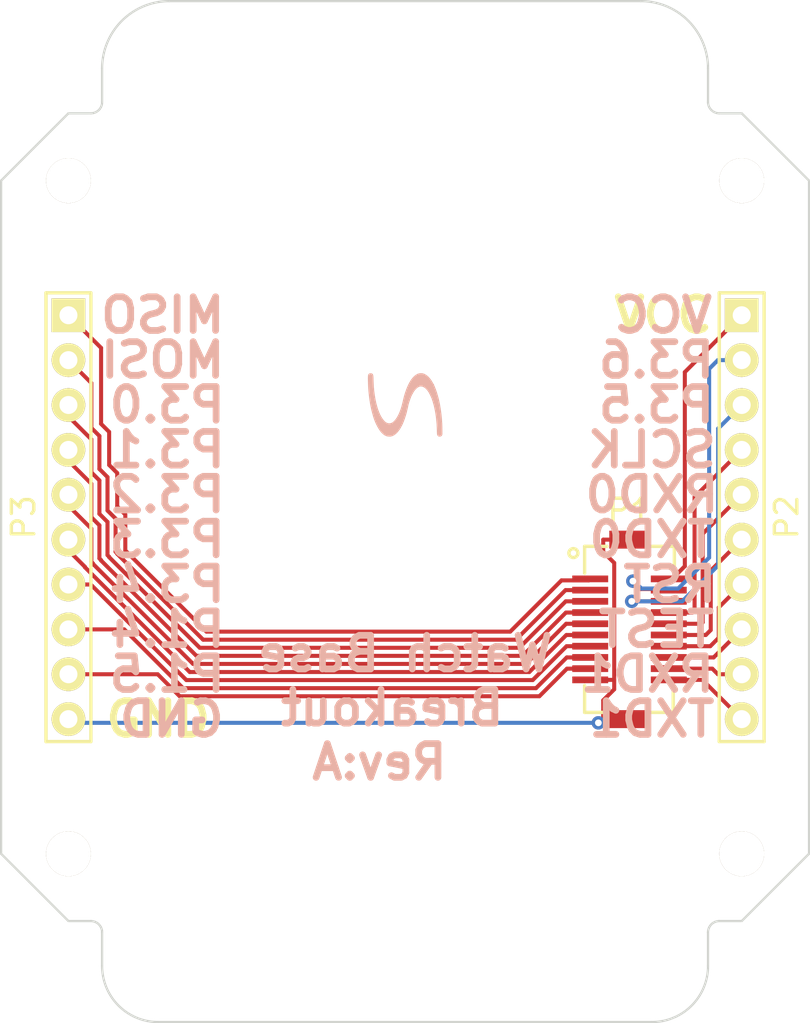
<source format=kicad_pcb>
(kicad_pcb (version 20171130) (host pcbnew "(5.1.12)-1")

  (general
    (thickness 1)
    (drawings 66)
    (tracks 144)
    (zones 0)
    (modules 8)
    (nets 21)
  )

  (page A4)
  (layers
    (0 F.Cu signal)
    (31 B.Cu signal)
    (32 B.Adhes user hide)
    (33 F.Adhes user hide)
    (34 B.Paste user hide)
    (35 F.Paste user hide)
    (36 B.SilkS user hide)
    (37 F.SilkS user hide)
    (38 B.Mask user hide)
    (39 F.Mask user hide)
    (40 Dwgs.User user hide)
    (41 Cmts.User user hide)
    (42 Eco1.User user hide)
    (43 Eco2.User user hide)
    (44 Edge.Cuts user)
    (45 Margin user hide)
    (46 B.CrtYd user hide)
    (47 F.CrtYd user hide)
    (48 B.Fab user hide)
    (49 F.Fab user hide)
  )

  (setup
    (last_trace_width 0.18)
    (trace_clearance 0.18)
    (zone_clearance 0.508)
    (zone_45_only no)
    (trace_min 0.18)
    (via_size 0.6)
    (via_drill 0.3)
    (via_min_size 0.6)
    (via_min_drill 0.3)
    (uvia_size 0.508)
    (uvia_drill 0.127)
    (uvias_allowed no)
    (uvia_min_size 0.508)
    (uvia_min_drill 0.127)
    (edge_width 0.1)
    (segment_width 0.2)
    (pcb_text_width 0.3)
    (pcb_text_size 1.5 1.5)
    (mod_edge_width 0.15)
    (mod_text_size 1 1)
    (mod_text_width 0.15)
    (pad_size 1.5 1.5)
    (pad_drill 0.8)
    (pad_to_mask_clearance 0)
    (aux_axis_origin 140 100)
    (visible_elements 7FFFFFFF)
    (pcbplotparams
      (layerselection 0x010f0_80000001)
      (usegerberextensions true)
      (usegerberattributes true)
      (usegerberadvancedattributes true)
      (creategerberjobfile true)
      (excludeedgelayer false)
      (linewidth 0.300000)
      (plotframeref false)
      (viasonmask false)
      (mode 1)
      (useauxorigin true)
      (hpglpennumber 1)
      (hpglpenspeed 20)
      (hpglpendiameter 15.000000)
      (psnegative false)
      (psa4output false)
      (plotreference true)
      (plotvalue true)
      (plotinvisibletext false)
      (padsonsilk false)
      (subtractmaskfromsilk false)
      (outputformat 1)
      (mirror false)
      (drillshape 0)
      (scaleselection 1)
      (outputdirectory "gerb/"))
  )

  (net 0 "")
  (net 1 GND)
  (net 2 +3.3V)
  (net 3 "Net-(P1-Pad2)")
  (net 4 "Net-(P1-Pad3)")
  (net 5 "Net-(P1-Pad4)")
  (net 6 "Net-(P1-Pad5)")
  (net 7 "Net-(P1-Pad6)")
  (net 8 "Net-(P1-Pad7)")
  (net 9 "Net-(P1-Pad8)")
  (net 10 "Net-(P1-Pad9)")
  (net 11 "Net-(P1-Pad10)")
  (net 12 "Net-(P1-Pad11)")
  (net 13 "Net-(P1-Pad12)")
  (net 14 "Net-(P1-Pad13)")
  (net 15 "Net-(P1-Pad14)")
  (net 16 "Net-(P1-Pad15)")
  (net 17 "Net-(P1-Pad16)")
  (net 18 "Net-(P1-Pad17)")
  (net 19 "Net-(P1-Pad18)")
  (net 20 "Net-(P1-Pad19)")

  (net_class Default "これは標準のネット クラスです。"
    (clearance 0.18)
    (trace_width 0.18)
    (via_dia 0.6)
    (via_drill 0.3)
    (uvia_dia 0.508)
    (uvia_drill 0.127)
    (add_net +3.3V)
    (add_net GND)
    (add_net "Net-(P1-Pad10)")
    (add_net "Net-(P1-Pad11)")
    (add_net "Net-(P1-Pad12)")
    (add_net "Net-(P1-Pad13)")
    (add_net "Net-(P1-Pad14)")
    (add_net "Net-(P1-Pad15)")
    (add_net "Net-(P1-Pad16)")
    (add_net "Net-(P1-Pad17)")
    (add_net "Net-(P1-Pad18)")
    (add_net "Net-(P1-Pad19)")
    (add_net "Net-(P1-Pad2)")
    (add_net "Net-(P1-Pad3)")
    (add_net "Net-(P1-Pad4)")
    (add_net "Net-(P1-Pad5)")
    (add_net "Net-(P1-Pad6)")
    (add_net "Net-(P1-Pad7)")
    (add_net "Net-(P1-Pad8)")
    (add_net "Net-(P1-Pad9)")
  )

  (module Drill:Drill_M2 (layer F.Cu) (tedit 54F6D000) (tstamp 55029318)
    (at 155 85)
    (fp_text reference Drill_M2_4 (at 0 2) (layer F.SilkS) hide
      (effects (font (size 1 1) (thickness 0.1)))
    )
    (fp_text value VAL** (at 0 -3) (layer F.SilkS) hide
      (effects (font (size 1 1) (thickness 0.1)))
    )
    (pad "" thru_hole circle (at 0 0) (size 2 2) (drill 2) (layers *.Cu *.Mask F.SilkS))
  )

  (module Drill:Drill_M2 (layer F.Cu) (tedit 54F6D000) (tstamp 55029321)
    (at 125 85)
    (fp_text reference Drill_M2_3 (at 0 2) (layer F.SilkS) hide
      (effects (font (size 1 1) (thickness 0.1)))
    )
    (fp_text value VAL** (at 0 -3) (layer F.SilkS) hide
      (effects (font (size 1 1) (thickness 0.1)))
    )
    (pad "" thru_hole circle (at 0 0) (size 2 2) (drill 2) (layers *.Cu *.Mask F.SilkS))
  )

  (module Drill:Drill_M2 (layer F.Cu) (tedit 54F6D000) (tstamp 5502932A)
    (at 125 115)
    (fp_text reference Drill_M2_2 (at 0 2) (layer F.SilkS) hide
      (effects (font (size 1 1) (thickness 0.1)))
    )
    (fp_text value VAL** (at 0 -3) (layer F.SilkS) hide
      (effects (font (size 1 1) (thickness 0.1)))
    )
    (pad "" thru_hole circle (at 0 0) (size 2 2) (drill 2) (layers *.Cu *.Mask F.SilkS))
  )

  (module Drill:Drill_M2 (layer F.Cu) (tedit 54F6D000) (tstamp 55029333)
    (at 155 115)
    (fp_text reference Drill_M2 (at 0 2) (layer F.SilkS) hide
      (effects (font (size 1 1) (thickness 0.1)))
    )
    (fp_text value VAL** (at 0 -3) (layer F.SilkS) hide
      (effects (font (size 1 1) (thickness 0.1)))
    )
    (pad "" thru_hole circle (at 0 0) (size 2 2) (drill 2) (layers *.Cu *.Mask F.SilkS))
  )

  (module "CONN_DF12:DF12_20(B)_metal" (layer F.Cu) (tedit 5502B5D0) (tstamp 55079A70)
    (at 150 105)
    (path /55028AC7)
    (fp_text reference P1 (at 0 -5.3) (layer F.SilkS)
      (effects (font (size 1 1) (thickness 0.15)))
    )
    (fp_text value "DF12#-20DP(86)" (at 0 1.5 90) (layer Dwgs.User) hide
      (effects (font (size 0.5 0.5) (thickness 0.1)))
    )
    (fp_circle (center -2.5 -3.4) (end -2.5 -3.2) (layer F.SilkS) (width 0.15))
    (fp_line (start -2 2.5) (end -2 3.7) (layer F.SilkS) (width 0.15))
    (fp_line (start -2 3.7) (end -1 3.7) (layer F.SilkS) (width 0.15))
    (fp_line (start 1.95 2.5) (end 1.95 3.7) (layer F.SilkS) (width 0.15))
    (fp_line (start 1.9 3.7) (end 1 3.7) (layer F.SilkS) (width 0.15))
    (fp_line (start 1 -3.7) (end 2 -3.7) (layer F.SilkS) (width 0.15))
    (fp_line (start 2 -3.7) (end 2 -2.5) (layer F.SilkS) (width 0.15))
    (fp_line (start -2 -2.5) (end -2 -3.7) (layer F.SilkS) (width 0.15))
    (fp_line (start -2 -3.7) (end -1 -3.7) (layer F.SilkS) (width 0.15))
    (pad 21 smd trapezoid (at 0 -4 270) (size 0.8 1.8) (layers F.Cu F.Paste F.Mask)
      (net 1 GND))
    (pad 22 smd trapezoid (at 0 4 270) (size 0.8 1.8) (layers F.Cu F.Paste F.Mask)
      (net 1 GND))
    (pad 1 smd trapezoid (at 1.75 -2.25 270) (size 0.3 1.6) (layers F.Cu F.Paste F.Mask)
      (net 2 +3.3V))
    (pad 2 smd trapezoid (at -1.75 -2.25 270) (size 0.3 1.6) (layers F.Cu F.Paste F.Mask)
      (net 3 "Net-(P1-Pad2)"))
    (pad 3 smd trapezoid (at 1.75 -1.75 270) (size 0.3 1.6) (layers F.Cu F.Paste F.Mask)
      (net 4 "Net-(P1-Pad3)"))
    (pad 4 smd trapezoid (at -1.75 -1.75 270) (size 0.3 1.6) (layers F.Cu F.Paste F.Mask)
      (net 5 "Net-(P1-Pad4)"))
    (pad 5 smd trapezoid (at 1.75 -1.25 270) (size 0.3 1.6) (layers F.Cu F.Paste F.Mask)
      (net 6 "Net-(P1-Pad5)"))
    (pad 6 smd trapezoid (at -1.75 -1.25 270) (size 0.3 1.6) (layers F.Cu F.Paste F.Mask)
      (net 7 "Net-(P1-Pad6)"))
    (pad 7 smd trapezoid (at 1.75 -0.75 270) (size 0.3 1.6) (layers F.Cu F.Paste F.Mask)
      (net 8 "Net-(P1-Pad7)"))
    (pad 8 smd trapezoid (at -1.75 -0.75 270) (size 0.3 1.6) (layers F.Cu F.Paste F.Mask)
      (net 9 "Net-(P1-Pad8)"))
    (pad 9 smd trapezoid (at 1.75 -0.25 270) (size 0.3 1.6) (layers F.Cu F.Paste F.Mask)
      (net 10 "Net-(P1-Pad9)"))
    (pad 10 smd trapezoid (at -1.75 -0.25 270) (size 0.3 1.6) (layers F.Cu F.Paste F.Mask)
      (net 11 "Net-(P1-Pad10)"))
    (pad 11 smd trapezoid (at 1.75 0.25 270) (size 0.3 1.6) (layers F.Cu F.Paste F.Mask)
      (net 12 "Net-(P1-Pad11)"))
    (pad 12 smd trapezoid (at -1.75 0.25 270) (size 0.3 1.6) (layers F.Cu F.Paste F.Mask)
      (net 13 "Net-(P1-Pad12)"))
    (pad 13 smd trapezoid (at 1.75 0.75 270) (size 0.3 1.6) (layers F.Cu F.Paste F.Mask)
      (net 14 "Net-(P1-Pad13)"))
    (pad 14 smd trapezoid (at -1.75 0.75 270) (size 0.3 1.6) (layers F.Cu F.Paste F.Mask)
      (net 15 "Net-(P1-Pad14)"))
    (pad 15 smd trapezoid (at 1.75 1.25 270) (size 0.3 1.6) (layers F.Cu F.Paste F.Mask)
      (net 16 "Net-(P1-Pad15)"))
    (pad 16 smd trapezoid (at -1.75 1.25 270) (size 0.3 1.6) (layers F.Cu F.Paste F.Mask)
      (net 17 "Net-(P1-Pad16)"))
    (pad 17 smd trapezoid (at 1.75 1.75 270) (size 0.3 1.6) (layers F.Cu F.Paste F.Mask)
      (net 18 "Net-(P1-Pad17)"))
    (pad 18 smd trapezoid (at -1.75 1.75 270) (size 0.3 1.6) (layers F.Cu F.Paste F.Mask)
      (net 19 "Net-(P1-Pad18)"))
    (pad 19 smd trapezoid (at 1.75 2.25 270) (size 0.3 1.6) (layers F.Cu F.Paste F.Mask)
      (net 20 "Net-(P1-Pad19)"))
    (pad 20 smd trapezoid (at -1.75 2.25 270) (size 0.3 1.6) (layers F.Cu F.Paste F.Mask)
      (net 1 GND))
  )

  (module CONN_2m:P1-10_2mm (layer F.Cu) (tedit 5507991E) (tstamp 55079A82)
    (at 155 100 270)
    (path /5507961B)
    (fp_text reference P2 (at 0 -2 270) (layer F.SilkS)
      (effects (font (size 1 1) (thickness 0.15)))
    )
    (fp_text value CONN_10 (at 0 2 270) (layer Dwgs.User) hide
      (effects (font (size 1 1) (thickness 0.15)))
    )
    (fp_line (start -10 -1) (end 10 -1) (layer F.SilkS) (width 0.15))
    (fp_line (start 10 -1) (end 10 1) (layer F.SilkS) (width 0.15))
    (fp_line (start 10 1) (end -10 1) (layer F.SilkS) (width 0.15))
    (fp_line (start -10 1) (end -10 -1) (layer F.SilkS) (width 0.15))
    (pad 1 thru_hole trapezoid (at -9 0 270) (size 1.5 1.5) (drill 0.8) (layers *.Cu *.Mask F.SilkS)
      (net 2 +3.3V))
    (pad 3 thru_hole circle (at -5 0 270) (size 1.5 1.5) (drill 0.8) (layers *.Cu *.Mask F.SilkS)
      (net 6 "Net-(P1-Pad5)"))
    (pad 4 thru_hole circle (at -3 0 270) (size 1.5 1.5) (drill 0.8) (layers *.Cu *.Mask F.SilkS)
      (net 8 "Net-(P1-Pad7)"))
    (pad 5 thru_hole circle (at -1 0 270) (size 1.5 1.5) (drill 0.8) (layers *.Cu *.Mask F.SilkS)
      (net 10 "Net-(P1-Pad9)"))
    (pad 6 thru_hole circle (at 1 0 270) (size 1.5 1.5) (drill 0.8) (layers *.Cu *.Mask F.SilkS)
      (net 12 "Net-(P1-Pad11)"))
    (pad 7 thru_hole circle (at 3 0 270) (size 1.5 1.5) (drill 0.8) (layers *.Cu *.Mask F.SilkS)
      (net 14 "Net-(P1-Pad13)"))
    (pad 8 thru_hole circle (at 5 0 270) (size 1.5 1.5) (drill 0.8) (layers *.Cu *.Mask F.SilkS)
      (net 16 "Net-(P1-Pad15)"))
    (pad 9 thru_hole circle (at 7 0 270) (size 1.5 1.5) (drill 0.8) (layers *.Cu *.Mask F.SilkS)
      (net 18 "Net-(P1-Pad17)"))
    (pad 10 thru_hole circle (at 9 0 270) (size 1.5 1.5) (drill 0.8) (layers *.Cu *.Mask F.SilkS)
      (net 20 "Net-(P1-Pad19)"))
    (pad 2 thru_hole circle (at -7 0 270) (size 1.5 1.5) (drill 0.8) (layers *.Cu *.Mask F.SilkS)
      (net 4 "Net-(P1-Pad3)"))
  )

  (module CONN_2m:P1-10_2mm (layer F.Cu) (tedit 550A64BA) (tstamp 55079A94)
    (at 125 100 270)
    (path /550796AA)
    (fp_text reference P3 (at 0 2 270) (layer F.SilkS)
      (effects (font (size 1 1) (thickness 0.15)))
    )
    (fp_text value CONN_10 (at 0 2 270) (layer Dwgs.User) hide
      (effects (font (size 1 1) (thickness 0.15)))
    )
    (fp_line (start -10 -1) (end 10 -1) (layer F.SilkS) (width 0.15))
    (fp_line (start 10 -1) (end 10 1) (layer F.SilkS) (width 0.15))
    (fp_line (start 10 1) (end -10 1) (layer F.SilkS) (width 0.15))
    (fp_line (start -10 1) (end -10 -1) (layer F.SilkS) (width 0.15))
    (pad 1 thru_hole trapezoid (at -9 0 270) (size 1.5 1.5) (drill 0.8) (layers *.Cu *.Mask F.SilkS)
      (net 3 "Net-(P1-Pad2)"))
    (pad 3 thru_hole circle (at -5 0 270) (size 1.5 1.5) (drill 0.8) (layers *.Cu *.Mask F.SilkS)
      (net 7 "Net-(P1-Pad6)"))
    (pad 4 thru_hole circle (at -3 0 270) (size 1.5 1.5) (drill 0.8) (layers *.Cu *.Mask F.SilkS)
      (net 9 "Net-(P1-Pad8)"))
    (pad 5 thru_hole circle (at -1 0 270) (size 1.5 1.5) (drill 0.8) (layers *.Cu *.Mask F.SilkS)
      (net 11 "Net-(P1-Pad10)"))
    (pad 6 thru_hole circle (at 1 0 270) (size 1.5 1.5) (drill 0.8) (layers *.Cu *.Mask F.SilkS)
      (net 13 "Net-(P1-Pad12)"))
    (pad 7 thru_hole circle (at 3 0 270) (size 1.5 1.5) (drill 0.8) (layers *.Cu *.Mask F.SilkS)
      (net 15 "Net-(P1-Pad14)"))
    (pad 8 thru_hole circle (at 5 0 270) (size 1.5 1.5) (drill 0.8) (layers *.Cu *.Mask F.SilkS)
      (net 17 "Net-(P1-Pad16)"))
    (pad 9 thru_hole circle (at 7 0 270) (size 1.5 1.5) (drill 0.8) (layers *.Cu *.Mask F.SilkS)
      (net 19 "Net-(P1-Pad18)"))
    (pad 10 thru_hole circle (at 9 0 270) (size 1.5 1.5) (drill 0.8) (layers *.Cu *.Mask F.SilkS)
      (net 1 GND))
    (pad 2 thru_hole circle (at -7 0 270) (size 1.5 1.5) (drill 0.8) (layers *.Cu *.Mask F.SilkS)
      (net 5 "Net-(P1-Pad4)"))
  )

  (module LOGO:N_LOGO_3mm (layer B.Cu) (tedit 550A85D9) (tstamp 550A8B9F)
    (at 140 95)
    (fp_text reference G*** (at 0 0) (layer B.SilkS) hide
      (effects (font (size 1.524 1.524) (thickness 0.3)) (justify mirror))
    )
    (fp_text value LOGO (at 0.75 0) (layer Dwgs.User) hide
      (effects (font (size 1.524 1.524) (thickness 0.3)))
    )
    (fp_poly (pts (xy 1.614192 1.231634) (xy 1.614115 1.184196) (xy 1.613734 1.130427) (xy 1.613083 1.072976)
      (xy 1.6122 1.014491) (xy 1.611121 0.957623) (xy 1.609881 0.90502) (xy 1.608518 0.859332)
      (xy 1.607066 0.823206) (xy 1.605562 0.799293) (xy 1.605221 0.795867) (xy 1.603244 0.774632)
      (xy 1.600663 0.741834) (xy 1.597883 0.702812) (xy 1.596351 0.679589) (xy 1.59375 0.641569)
      (xy 1.591193 0.608816) (xy 1.589041 0.585724) (xy 1.588032 0.577989) (xy 1.586019 0.562736)
      (xy 1.583202 0.535855) (xy 1.580123 0.502596) (xy 1.579494 0.4953) (xy 1.576359 0.460257)
      (xy 1.57332 0.429407) (xy 1.570957 0.408582) (xy 1.570656 0.4064) (xy 1.567809 0.385275)
      (xy 1.564171 0.356312) (xy 1.562556 0.3429) (xy 1.55882 0.313341) (xy 1.55517 0.287512)
      (xy 1.553866 0.2794) (xy 1.550508 0.257577) (xy 1.546613 0.228961) (xy 1.5455 0.220134)
      (xy 1.537805 0.165226) (xy 1.528104 0.110067) (xy 1.524231 0.087445) (xy 1.519942 0.059412)
      (xy 1.519317 0.055034) (xy 1.515409 0.030083) (xy 1.511761 0.011104) (xy 1.511111 0.008467)
      (xy 1.507174 -0.008947) (xy 1.503225 -0.029633) (xy 1.498686 -0.054133) (xy 1.495066 -0.071966)
      (xy 1.491472 -0.088522) (xy 1.485583 -0.115792) (xy 1.478659 -0.147934) (xy 1.478518 -0.14859)
      (xy 1.469506 -0.190418) (xy 1.462964 -0.220442) (xy 1.457814 -0.243416) (xy 1.452977 -0.264093)
      (xy 1.447374 -0.287227) (xy 1.443091 -0.304692) (xy 1.435437 -0.333209) (xy 1.42849 -0.354569)
      (xy 1.423883 -0.363958) (xy 1.419408 -0.374562) (xy 1.416035 -0.394739) (xy 1.415776 -0.397603)
      (xy 1.412569 -0.418542) (xy 1.407901 -0.4309) (xy 1.407309 -0.43147) (xy 1.401217 -0.442786)
      (xy 1.398878 -0.452966) (xy 1.394382 -0.472767) (xy 1.385266 -0.504038) (xy 1.372672 -0.543536)
      (xy 1.357743 -0.588015) (xy 1.34162 -0.634232) (xy 1.325446 -0.678943) (xy 1.310363 -0.718904)
      (xy 1.297513 -0.750871) (xy 1.288039 -0.7716) (xy 1.28486 -0.776816) (xy 1.280039 -0.785918)
      (xy 1.281401 -0.7874) (xy 1.280441 -0.794188) (xy 1.27304 -0.811934) (xy 1.261574 -0.835265)
      (xy 1.249453 -0.861479) (xy 1.242492 -0.882326) (xy 1.242027 -0.892415) (xy 1.243305 -0.89763)
      (xy 1.241088 -0.896124) (xy 1.234653 -0.900433) (xy 1.223008 -0.916794) (xy 1.208327 -0.94202)
      (xy 1.203493 -0.951158) (xy 1.143102 -1.056279) (xy 1.078015 -1.147743) (xy 1.008904 -1.224861)
      (xy 0.936436 -1.28694) (xy 0.861284 -1.333291) (xy 0.812269 -1.354318) (xy 0.763764 -1.36555)
      (xy 0.707574 -1.369094) (xy 0.650442 -1.365165) (xy 0.59911 -1.353974) (xy 0.580531 -1.346996)
      (xy 0.505003 -1.304742) (xy 0.431957 -1.245938) (xy 0.361533 -1.170803) (xy 0.293876 -1.079558)
      (xy 0.229125 -0.972424) (xy 0.167424 -0.849621) (xy 0.108914 -0.711369) (xy 0.084667 -0.643924)
      (xy 0.084667 0.046567) (xy 0.080433 0.0508) (xy 0.0762 0.046567) (xy 0.080433 0.042334)
      (xy 0.084667 0.046567) (xy 0.084667 -0.643924) (xy 0.053736 -0.557889) (xy 0.034898 -0.499533)
      (xy 0.019273 -0.448942) (xy 0.005541 -0.402934) (xy -0.005269 -0.365049) (xy -0.012127 -0.338824)
      (xy -0.013119 -0.334433) (xy -0.015733 -0.323135) (xy -0.021403 -0.299165) (xy -0.029228 -0.266316)
      (xy -0.036226 -0.237066) (xy -0.047688 -0.189127) (xy -0.060982 -0.133334) (xy -0.074055 -0.078315)
      (xy -0.080576 -0.0508) (xy -0.118077 0.091479) (xy -0.16115 0.225866) (xy -0.209124 0.350921)
      (xy -0.261327 0.465204) (xy -0.317087 0.567276) (xy -0.375733 0.655697) (xy -0.436593 0.729027)
      (xy -0.451482 0.744249) (xy -0.488183 0.779216) (xy -0.518473 0.804432) (xy -0.546912 0.823045)
      (xy -0.578065 0.838198) (xy -0.601002 0.847333) (xy -0.669852 0.86481) (xy -0.738458 0.865486)
      (xy -0.806041 0.849485) (xy -0.871824 0.816932) (xy -0.896298 0.800167) (xy -0.907399 0.790475)
      (xy -0.926808 0.772182) (xy -0.950915 0.748712) (xy -0.958865 0.740834) (xy -1.010477 0.682157)
      (xy -1.062249 0.609532) (xy -1.112511 0.525843) (xy -1.15959 0.433975) (xy -1.201815 0.336813)
      (xy -1.218799 0.2921) (xy -1.231311 0.257627) (xy -1.241963 0.228325) (xy -1.24921 0.208447)
      (xy -1.251135 0.2032) (xy -1.256397 0.188124) (xy -1.257627 0.18415) (xy -1.261123 0.175684)
      (xy -1.264164 0.166788) (xy -1.266725 0.156634) (xy -1.273717 0.127834) (xy -1.277765 0.115087)
      (xy -1.278467 0.1143) (xy -1.2813 0.107529) (xy -1.282929 0.1016) (xy -1.286784 0.087001)
      (xy -1.293564 0.062047) (xy -1.300155 0.0381) (xy -1.307829 0.010018) (xy -1.31359 -0.011724)
      (xy -1.315908 -0.021166) (xy -1.319767 -0.035753) (xy -1.323101 -0.046566) (xy -1.332109 -0.079973)
      (xy -1.338783 -0.114922) (xy -1.340838 -0.13335) (xy -1.344123 -0.148243) (xy -1.348317 -0.1524)
      (xy -1.353119 -0.158153) (xy -1.352989 -0.15875) (xy -1.353706 -0.169385) (xy -1.357031 -0.192549)
      (xy -1.362347 -0.224146) (xy -1.365459 -0.2413) (xy -1.372407 -0.279252) (xy -1.378668 -0.314385)
      (xy -1.383203 -0.340845) (xy -1.384216 -0.347133) (xy -1.388636 -0.374214) (xy -1.392813 -0.39785)
      (xy -1.392829 -0.397933) (xy -1.397391 -0.426044) (xy -1.402787 -0.465472) (xy -1.408279 -0.510673)
      (xy -1.410308 -0.528876) (xy -1.413571 -0.55389) (xy -1.416994 -0.572966) (xy -1.417621 -0.575443)
      (xy -1.419953 -0.589528) (xy -1.422947 -0.615642) (xy -1.426066 -0.648923) (xy -1.427011 -0.6604)
      (xy -1.42994 -0.695086) (xy -1.43272 -0.724307) (xy -1.434873 -0.74314) (xy -1.43535 -0.746162)
      (xy -1.437543 -0.764625) (xy -1.440074 -0.797329) (xy -1.442816 -0.84159) (xy -1.445644 -0.894723)
      (xy -1.44843 -0.954041) (xy -1.451048 -1.016861) (xy -1.453373 -1.080496) (xy -1.455277 -1.142262)
      (xy -1.456607 -1.198033) (xy -1.459161 -1.257358) (xy -1.464491 -1.301771) (xy -1.473047 -1.333134)
      (xy -1.485282 -1.353306) (xy -1.496359 -1.361808) (xy -1.52482 -1.368954) (xy -1.557556 -1.365963)
      (xy -1.572085 -1.360956) (xy -1.583686 -1.3527) (xy -1.592757 -1.338527) (xy -1.599486 -1.316789)
      (xy -1.604058 -1.285839) (xy -1.606663 -1.244029) (xy -1.607487 -1.189712) (xy -1.606718 -1.12124)
      (xy -1.605434 -1.06772) (xy -1.603691 -1.007439) (xy -1.601857 -0.949413) (xy -1.600047 -0.896925)
      (xy -1.598377 -0.853258) (xy -1.596962 -0.821698) (xy -1.59642 -0.812008) (xy -1.591536 -0.738605)
      (xy -1.586343 -0.667878) (xy -1.58111 -0.603063) (xy -1.576103 -0.547398) (xy -1.571587 -0.504119)
      (xy -1.569987 -0.491066) (xy -1.567543 -0.470613) (xy -1.564306 -0.441381) (xy -1.562323 -0.422641)
      (xy -1.558953 -0.391257) (xy -1.555622 -0.363517) (xy -1.551432 -0.332349) (xy -1.546303 -0.296333)
      (xy -1.542474 -0.269046) (xy -1.538031 -0.236368) (xy -1.536614 -0.225717) (xy -1.532591 -0.197301)
      (xy -1.528746 -0.173321) (xy -1.527465 -0.166451) (xy -1.523928 -0.145994) (xy -1.520032 -0.119183)
      (xy -1.519393 -0.1143) (xy -1.5157 -0.089327) (xy -1.512046 -0.070345) (xy -1.511365 -0.067733)
      (xy -1.507554 -0.050921) (xy -1.503287 -0.027252) (xy -1.502991 -0.0254) (xy -1.498805 -0.000207)
      (xy -1.493867 0.026439) (xy -1.487386 0.058472) (xy -1.478572 0.099823) (xy -1.46894 0.143934)
      (xy -1.461721 0.176948) (xy -1.455605 0.205198) (xy -1.45179 0.223141) (xy -1.451538 0.224367)
      (xy -1.448414 0.236893) (xy -1.441662 0.262377) (xy -1.4322 0.297464) (xy -1.420944 0.3388)
      (xy -1.408812 0.38303) (xy -1.396719 0.426799) (xy -1.385584 0.466752) (xy -1.376324 0.499534)
      (xy -1.342651 0.605413) (xy -1.302279 0.71207) (xy -1.256559 0.8169) (xy -1.206841 0.917292)
      (xy -1.154476 1.010641) (xy -1.100816 1.094339) (xy -1.047211 1.165777) (xy -1.009018 1.208556)
      (xy -0.945672 1.267435) (xy -0.885019 1.311006) (xy -0.825065 1.340235) (xy -0.763817 1.356088)
      (xy -0.699283 1.35953) (xy -0.697425 1.359457) (xy -0.655701 1.357266) (xy -0.624851 1.353737)
      (xy -0.598817 1.347363) (xy -0.571542 1.336637) (xy -0.536967 1.320048) (xy -0.534799 1.318969)
      (xy -0.490162 1.29133) (xy -0.440871 1.251574) (xy -0.38994 1.202679) (xy -0.340384 1.147625)
      (xy -0.295217 1.089391) (xy -0.279666 1.0668) (xy -0.261338 1.037723) (xy -0.240291 1.002053)
      (xy -0.217901 0.962405) (xy -0.195544 0.921397) (xy -0.174595 0.881644) (xy -0.15643 0.845763)
      (xy -0.142424 0.816371) (xy -0.133954 0.796083) (xy -0.132395 0.787517) (xy -0.132759 0.7874)
      (xy -0.132458 0.782207) (xy -0.128106 0.776033) (xy -0.119946 0.76125) (xy -0.107835 0.732839)
      (xy -0.092645 0.693402) (xy -0.075249 0.645542) (xy -0.056518 0.591862) (xy -0.037327 0.534964)
      (xy -0.018547 0.477452) (xy -0.001052 0.421928) (xy 0.014287 0.370995) (xy 0.026597 0.327257)
      (xy 0.035004 0.293315) (xy 0.036975 0.283634) (xy 0.042057 0.259115) (xy 0.049003 0.228994)
      (xy 0.051174 0.220134) (xy 0.057526 0.19432) (xy 0.06233 0.174172) (xy 0.063422 0.169334)
      (xy 0.066669 0.154868) (xy 0.072449 0.129601) (xy 0.07891 0.1016) (xy 0.086404 0.067757)
      (xy 0.092877 0.035937) (xy 0.096279 0.016934) (xy 0.102746 -0.013425) (xy 0.114304 -0.056421)
      (xy 0.129941 -0.108896) (xy 0.148647 -0.167692) (xy 0.169409 -0.229651) (xy 0.191215 -0.291613)
      (xy 0.213054 -0.350423) (xy 0.218324 -0.364066) (xy 0.225518 -0.38308) (xy 0.229258 -0.3937)
      (xy 0.236271 -0.41011) (xy 0.249898 -0.437645) (xy 0.268234 -0.472795) (xy 0.289372 -0.512053)
      (xy 0.311407 -0.551909) (xy 0.332432 -0.588854) (xy 0.350542 -0.61938) (xy 0.359906 -0.634208)
      (xy 0.407815 -0.698701) (xy 0.461207 -0.756256) (xy 0.51753 -0.804751) (xy 0.574232 -0.842062)
      (xy 0.628761 -0.866064) (xy 0.643467 -0.870153) (xy 0.679079 -0.874363) (xy 0.723054 -0.87357)
      (xy 0.767742 -0.868269) (xy 0.803117 -0.859771) (xy 0.856142 -0.835595) (xy 0.911374 -0.798743)
      (xy 0.964842 -0.752307) (xy 1.012581 -0.699376) (xy 1.018052 -0.69232) (xy 1.037262 -0.667482)
      (xy 1.056217 -0.64353) (xy 1.068963 -0.62527) (xy 1.075155 -0.61165) (xy 1.075267 -0.610494)
      (xy 1.079753 -0.6015) (xy 1.081617 -0.601067) (xy 1.089683 -0.594293) (xy 1.09708 -0.582017)
      (xy 1.105021 -0.566007) (xy 1.118338 -0.539684) (xy 1.134631 -0.507781) (xy 1.141042 -0.4953)
      (xy 1.15879 -0.46003) (xy 1.175215 -0.426046) (xy 1.187451 -0.399317) (xy 1.189837 -0.3937)
      (xy 1.20236 -0.365215) (xy 1.215326 -0.338472) (xy 1.217454 -0.334433) (xy 1.22652 -0.31615)
      (xy 1.230477 -0.305282) (xy 1.230474 -0.3048) (xy 1.230556 -0.300033) (xy 1.232744 -0.291248)
      (xy 1.238139 -0.274955) (xy 1.247845 -0.247664) (xy 1.2532 -0.232833) (xy 1.263333 -0.204199)
      (xy 1.271202 -0.180826) (xy 1.274674 -0.169333) (xy 1.278291 -0.15593) (xy 1.285388 -0.130654)
      (xy 1.294726 -0.097897) (xy 1.299749 -0.080433) (xy 1.309762 -0.045608) (xy 1.318186 -0.016114)
      (xy 1.32377 0.003658) (xy 1.325089 0.008467) (xy 1.330243 0.029302) (xy 1.337554 0.060455)
      (xy 1.345599 0.095693) (xy 1.352953 0.128785) (xy 1.357972 0.1524) (xy 1.36343 0.178599)
      (xy 1.366899 0.194734) (xy 1.371068 0.215136) (xy 1.376659 0.244152) (xy 1.380067 0.262467)
      (xy 1.38546 0.291704) (xy 1.39004 0.316205) (xy 1.391903 0.325967) (xy 1.394667 0.342155)
      (xy 1.399002 0.369729) (xy 1.404068 0.403314) (xy 1.405147 0.410634) (xy 1.410283 0.445552)
      (xy 1.41483 0.476329) (xy 1.417935 0.497197) (xy 1.418287 0.499534) (xy 1.420926 0.519553)
      (xy 1.424364 0.548894) (xy 1.426826 0.5715) (xy 1.430263 0.60289) (xy 1.433504 0.630363)
      (xy 1.43522 0.643467) (xy 1.437374 0.661935) (xy 1.440285 0.691452) (xy 1.443383 0.726185)
      (xy 1.443902 0.732367) (xy 1.44701 0.768998) (xy 1.450003 0.802971) (xy 1.452291 0.827603)
      (xy 1.452502 0.829734) (xy 1.453746 0.847633) (xy 1.455372 0.879118) (xy 1.457231 0.920847)
      (xy 1.459172 0.969481) (xy 1.460854 1.016) (xy 1.463492 1.091967) (xy 1.465691 1.152875)
      (xy 1.467549 1.200592) (xy 1.469163 1.236983) (xy 1.470629 1.263915) (xy 1.472043 1.283255)
      (xy 1.473504 1.296869) (xy 1.475107 1.306624) (xy 1.476171 1.311376) (xy 1.490273 1.34016)
      (xy 1.51298 1.357687) (xy 1.540299 1.364012) (xy 1.568235 1.359195) (xy 1.592794 1.343288)
      (xy 1.609981 1.316349) (xy 1.612231 1.309471) (xy 1.613286 1.296921) (xy 1.613927 1.270092)
      (xy 1.614192 1.231634)) (layer B.SilkS) (width 0.1))
  )

  (gr_line (start 165 125) (end 165 100) (angle 90) (layer Cmts.User) (width 0.2))
  (gr_line (start 115 125) (end 165 125) (angle 90) (layer Cmts.User) (width 0.2))
  (gr_line (start 115 100) (end 115 125) (angle 90) (layer Cmts.User) (width 0.2))
  (gr_line (start 115 75) (end 115 100) (angle 90) (layer Cmts.User) (width 0.2))
  (gr_line (start 165 75) (end 115 75) (angle 90) (layer Cmts.User) (width 0.2))
  (gr_line (start 165 100) (end 165 75) (angle 90) (layer Cmts.User) (width 0.2))
  (gr_line (start 126.5 118.5) (end 126.5 120) (angle 90) (layer Edge.Cuts) (width 0.1))
  (gr_line (start 125 118) (end 126 118) (angle 90) (layer Edge.Cuts) (width 0.1))
  (gr_line (start 155 118) (end 154 118) (angle 90) (layer Edge.Cuts) (width 0.1))
  (gr_line (start 153.5 120) (end 153.5 118.5) (angle 90) (layer Edge.Cuts) (width 0.1))
  (gr_line (start 153.5 81.5) (end 153.5 80) (angle 90) (layer Edge.Cuts) (width 0.1))
  (gr_line (start 154 82) (end 155 82) (angle 90) (layer Edge.Cuts) (width 0.1))
  (gr_line (start 125 82) (end 126 82) (angle 90) (layer Edge.Cuts) (width 0.1))
  (gr_line (start 126.5 80) (end 126.5 81.5) (angle 90) (layer Edge.Cuts) (width 0.1))
  (gr_line (start 129.5 77) (end 150.5 77) (angle 90) (layer Edge.Cuts) (width 0.1))
  (gr_line (start 151 122.5) (end 129 122.5) (angle 90) (layer Edge.Cuts) (width 0.1))
  (gr_line (start 158 115) (end 155 118) (angle 90) (layer Edge.Cuts) (width 0.1))
  (gr_line (start 140 100) (end 163 100) (angle 90) (layer Cmts.User) (width 0.2))
  (gr_line (start 140 100) (end 114 100) (angle 90) (layer Cmts.User) (width 0.2))
  (gr_line (start 140 101) (end 140 124) (angle 90) (layer Cmts.User) (width 0.2))
  (gr_line (start 140 100) (end 140 78) (angle 90) (layer Cmts.User) (width 0.2))
  (gr_line (start 140 99) (end 140 101) (angle 90) (layer Cmts.User) (width 0.2))
  (gr_line (start 139 100) (end 141 100) (angle 90) (layer Cmts.User) (width 0.2))
  (gr_line (start 122 85) (end 125 82) (angle 90) (layer Edge.Cuts) (width 0.1))
  (gr_line (start 122 115) (end 122 85) (angle 90) (layer Edge.Cuts) (width 0.1))
  (gr_line (start 125 118) (end 122 115) (angle 90) (layer Edge.Cuts) (width 0.1))
  (gr_line (start 158 85) (end 158 115) (angle 90) (layer Edge.Cuts) (width 0.1))
  (gr_line (start 157 84) (end 158 85) (angle 90) (layer Edge.Cuts) (width 0.1))
  (gr_line (start 155 82) (end 157 84) (angle 90) (layer Edge.Cuts) (width 0.1))
  (gr_line (start 155 115) (end 155 85) (angle 90) (layer Cmts.User) (width 0.2))
  (gr_line (start 125 115) (end 155 115) (angle 90) (layer Cmts.User) (width 0.2))
  (gr_line (start 125 85) (end 125 115) (angle 90) (layer Cmts.User) (width 0.2))
  (gr_line (start 155 85) (end 125 85) (angle 90) (layer Cmts.User) (width 0.2))
  (gr_text "Watch Base\n Breakout\n  Rev:A" (at 140 108.5) (layer B.SilkS)
    (effects (font (size 1.5 1.5) (thickness 0.3)) (justify mirror))
  )
  (gr_text GND (at 129.6 109) (layer B.SilkS)
    (effects (font (size 1.5 1.5) (thickness 0.3)) (justify mirror))
  )
  (gr_text P1.5 (at 129.4 107) (layer B.SilkS)
    (effects (font (size 1.5 1.5) (thickness 0.3)) (justify mirror))
  )
  (gr_text P1.4 (at 129.4 105) (layer B.SilkS)
    (effects (font (size 1.5 1.5) (thickness 0.3)) (justify mirror))
  )
  (gr_text P3.4 (at 129.4 103) (layer B.SilkS)
    (effects (font (size 1.5 1.5) (thickness 0.3)) (justify mirror))
  )
  (gr_text P3.3 (at 129.4 101) (layer B.SilkS)
    (effects (font (size 1.5 1.5) (thickness 0.3)) (justify mirror))
  )
  (gr_text P3.2 (at 129.4 99) (layer B.SilkS)
    (effects (font (size 1.5 1.5) (thickness 0.3)) (justify mirror))
  )
  (gr_text P3.1 (at 129.4 97) (layer B.SilkS)
    (effects (font (size 1.5 1.5) (thickness 0.3)) (justify mirror))
  )
  (gr_text P3.0 (at 129.4 95) (layer B.SilkS)
    (effects (font (size 1.5 1.5) (thickness 0.3)) (justify mirror))
  )
  (gr_text MOSI (at 129.2 93) (layer B.SilkS)
    (effects (font (size 1.5 1.5) (thickness 0.3)) (justify mirror))
  )
  (gr_text MISO (at 129.2 91) (layer B.SilkS)
    (effects (font (size 1.5 1.5) (thickness 0.3)) (justify mirror))
  )
  (gr_text TXD1 (at 151 109) (layer B.SilkS)
    (effects (font (size 1.5 1.5) (thickness 0.3)) (justify mirror))
  )
  (gr_text RXD1 (at 150.8 107) (layer B.SilkS)
    (effects (font (size 1.5 1.5) (thickness 0.3)) (justify mirror))
  )
  (gr_text TEST (at 151.2 105) (layer B.SilkS)
    (effects (font (size 1.5 1.5) (thickness 0.3)) (justify mirror))
  )
  (gr_text RST (at 151.8 103) (layer B.SilkS)
    (effects (font (size 1.5 1.5) (thickness 0.3)) (justify mirror))
  )
  (gr_text TXD0 (at 151 101) (layer B.SilkS)
    (effects (font (size 1.5 1.5) (thickness 0.3)) (justify mirror))
  )
  (gr_text RXD0 (at 151 99) (layer B.SilkS)
    (effects (font (size 1.5 1.5) (thickness 0.3)) (justify mirror))
  )
  (gr_text SCLK (at 151 97) (layer B.SilkS)
    (effects (font (size 1.5 1.5) (thickness 0.3)) (justify mirror))
  )
  (gr_text P3.5 (at 151.2 95) (layer B.SilkS)
    (effects (font (size 1.5 1.5) (thickness 0.3)) (justify mirror))
  )
  (gr_text P3.6 (at 151.2 93) (layer B.SilkS)
    (effects (font (size 1.5 1.5) (thickness 0.3)) (justify mirror))
  )
  (gr_text VCC (at 151.5 91) (layer B.SilkS)
    (effects (font (size 1.5 1.5) (thickness 0.3)) (justify mirror))
  )
  (gr_text VCC (at 151.5 91) (layer F.SilkS)
    (effects (font (size 1.5 1.5) (thickness 0.3)))
  )
  (gr_text GND (at 129 109) (layer F.SilkS)
    (effects (font (size 1.5 1.5) (thickness 0.3)))
  )
  (gr_arc (start 126 81.5) (end 126.5 81.5) (angle 90) (layer Edge.Cuts) (width 0.1))
  (gr_arc (start 154 81.5) (end 154 82) (angle 90) (layer Edge.Cuts) (width 0.1))
  (gr_arc (start 154 118.5) (end 153.5 118.5) (angle 90) (layer Edge.Cuts) (width 0.1))
  (gr_arc (start 126 118.5) (end 126 118) (angle 90) (layer Edge.Cuts) (width 0.1))
  (gr_arc (start 151 120) (end 153.5 120) (angle 90) (layer Edge.Cuts) (width 0.1))
  (gr_arc (start 129 120) (end 129 122.5) (angle 90) (layer Edge.Cuts) (width 0.1))
  (gr_arc (start 150.5 80) (end 150.5 77) (angle 90) (layer Edge.Cuts) (width 0.1))
  (gr_arc (start 129.5 80) (end 126.5 80) (angle 90) (layer Edge.Cuts) (width 0.1))
  (gr_circle (center 140 100) (end 122 100) (layer Cmts.User) (width 0.2))
  (gr_circle (center 140 92) (end 140 82) (layer Cmts.User) (width 0.2))

  (segment (start 150 101) (end 148.8299 101) (width 0.18) (layer F.Cu) (net 1))
  (segment (start 149.3201 107.25) (end 149.3201 102.0378) (width 0.18) (layer F.Cu) (net 1))
  (segment (start 149.3201 102.0378) (end 148.8299 101.5476) (width 0.18) (layer F.Cu) (net 1))
  (segment (start 148.8299 101.5476) (end 148.8299 101) (width 0.18) (layer F.Cu) (net 1))
  (segment (start 148.8299 109) (end 148.8299 108.1602) (width 0.18) (layer F.Cu) (net 1))
  (segment (start 148.8299 108.1602) (end 149.3201 107.67) (width 0.18) (layer F.Cu) (net 1))
  (segment (start 149.3201 107.67) (end 149.3201 107.25) (width 0.18) (layer F.Cu) (net 1))
  (segment (start 148.8299 109) (end 148.7778 109) (width 0.18) (layer F.Cu) (net 1))
  (segment (start 148.7778 109) (end 148.6129 109.1649) (width 0.18) (layer F.Cu) (net 1))
  (segment (start 125 109) (end 125.1649 109.1649) (width 0.18) (layer B.Cu) (net 1))
  (segment (start 125.1649 109.1649) (end 148.6129 109.1649) (width 0.18) (layer B.Cu) (net 1))
  (segment (start 150 109) (end 148.8299 109) (width 0.18) (layer F.Cu) (net 1))
  (segment (start 148.25 107.25) (end 149.3201 107.25) (width 0.18) (layer F.Cu) (net 1))
  (via (at 148.6129 109.1649) (size 0.6) (layers F.Cu B.Cu) (net 1))
  (segment (start 151.75 102.75) (end 151.9 102.75) (width 0.18) (layer F.Cu) (net 2))
  (segment (start 151.9 102.75) (end 152.466 102.184) (width 0.18) (layer F.Cu) (net 2))
  (segment (start 152.466 102.184) (end 152.466 93.534) (width 0.18) (layer F.Cu) (net 2))
  (segment (start 152.466 93.534) (end 155 91) (width 0.18) (layer F.Cu) (net 2))
  (segment (start 125 91) (end 126.454 92.454) (width 0.18) (layer F.Cu) (net 3))
  (segment (start 126.454 92.454) (end 126.454 95.8402) (width 0.18) (layer F.Cu) (net 3))
  (segment (start 126.454 95.8402) (end 126.814 96.2002) (width 0.18) (layer F.Cu) (net 3))
  (segment (start 126.814 96.2002) (end 126.814 97.6724) (width 0.18) (layer F.Cu) (net 3))
  (segment (start 126.814 97.6724) (end 127.174 98.0324) (width 0.18) (layer F.Cu) (net 3))
  (segment (start 127.174 98.0324) (end 127.174 99.5233) (width 0.18) (layer F.Cu) (net 3))
  (segment (start 127.174 99.5233) (end 127.534 99.8833) (width 0.18) (layer F.Cu) (net 3))
  (segment (start 127.534 99.8833) (end 127.534 101.484) (width 0.18) (layer F.Cu) (net 3))
  (segment (start 127.534 101.484) (end 131.15 105.1) (width 0.18) (layer F.Cu) (net 3))
  (segment (start 131.15 105.1) (end 144.686 105.1) (width 0.18) (layer F.Cu) (net 3))
  (segment (start 144.686 105.1) (end 146.97 102.816) (width 0.18) (layer F.Cu) (net 3))
  (segment (start 146.97 102.816) (end 148.184 102.816) (width 0.18) (layer F.Cu) (net 3))
  (segment (start 148.184 102.816) (end 148.25 102.75) (width 0.18) (layer F.Cu) (net 3))
  (segment (start 151.7 103.2) (end 151.75 103.25) (width 0.18) (layer F.Cu) (net 4))
  (segment (start 150.15 102.85) (end 150.5 103.2) (width 0.18) (layer F.Cu) (net 4))
  (segment (start 150.5 103.2) (end 151.7 103.2) (width 0.18) (layer F.Cu) (net 4))
  (segment (start 155 93) (end 153.939 93) (width 0.18) (layer B.Cu) (net 4))
  (segment (start 153.939 93) (end 153.55 93.3893) (width 0.18) (layer B.Cu) (net 4))
  (segment (start 153.55 93.3893) (end 153.55 101.8) (width 0.18) (layer B.Cu) (net 4))
  (segment (start 153.55 101.8) (end 152.17 103.18) (width 0.18) (layer B.Cu) (net 4))
  (segment (start 152.17 103.18) (end 150.53 103.18) (width 0.18) (layer B.Cu) (net 4))
  (segment (start 150.53 103.18) (end 150.2 102.85) (width 0.18) (layer B.Cu) (net 4))
  (segment (start 150.2 102.85) (end 150.15 102.85) (width 0.18) (layer B.Cu) (net 4))
  (via (at 150.15 102.85) (size 0.6) (layers F.Cu B.Cu) (net 4))
  (segment (start 125 93) (end 126.02 94.02) (width 0.18) (layer F.Cu) (net 5))
  (segment (start 126.02 94.02) (end 126.02 96.02) (width 0.18) (layer F.Cu) (net 5))
  (segment (start 126.02 96.02) (end 126.38 96.38) (width 0.18) (layer F.Cu) (net 5))
  (segment (start 126.38 96.38) (end 126.38 97.8521) (width 0.18) (layer F.Cu) (net 5))
  (segment (start 126.38 97.8521) (end 126.74 98.2122) (width 0.18) (layer F.Cu) (net 5))
  (segment (start 126.74 98.2122) (end 126.74 99.703) (width 0.18) (layer F.Cu) (net 5))
  (segment (start 126.74 99.703) (end 127.1 100.063) (width 0.18) (layer F.Cu) (net 5))
  (segment (start 127.1 100.063) (end 127.1 101.541) (width 0.18) (layer F.Cu) (net 5))
  (segment (start 127.1 101.541) (end 127.174 101.615) (width 0.18) (layer F.Cu) (net 5))
  (segment (start 127.174 101.615) (end 127.174 101.633) (width 0.18) (layer F.Cu) (net 5))
  (segment (start 127.174 101.633) (end 131.001 105.46) (width 0.18) (layer F.Cu) (net 5))
  (segment (start 131.001 105.46) (end 144.94 105.46) (width 0.18) (layer F.Cu) (net 5))
  (segment (start 144.94 105.46) (end 147.15 103.25) (width 0.18) (layer F.Cu) (net 5))
  (segment (start 147.15 103.25) (end 148.25 103.25) (width 0.18) (layer F.Cu) (net 5))
  (segment (start 150.1 103.75) (end 151.75 103.75) (width 0.18) (layer F.Cu) (net 6))
  (segment (start 155 95) (end 153.95 96.05) (width 0.18) (layer B.Cu) (net 6))
  (segment (start 153.95 96.05) (end 153.95 102.15) (width 0.18) (layer B.Cu) (net 6))
  (segment (start 153.95 102.15) (end 152.35 103.75) (width 0.18) (layer B.Cu) (net 6))
  (segment (start 152.35 103.75) (end 150.1 103.75) (width 0.18) (layer B.Cu) (net 6))
  (via (at 150.1 103.75) (size 0.6) (layers F.Cu B.Cu) (net 6))
  (segment (start 148.2 103.75) (end 148.25 103.75) (width 0.18) (layer F.Cu) (net 7))
  (segment (start 125 95) (end 125 95.5091) (width 0.18) (layer F.Cu) (net 7))
  (segment (start 125 95.5091) (end 126.02 96.5291) (width 0.18) (layer F.Cu) (net 7))
  (segment (start 126.02 96.5291) (end 126.02 98.0013) (width 0.18) (layer F.Cu) (net 7))
  (segment (start 126.02 98.0013) (end 126.38 98.3613) (width 0.18) (layer F.Cu) (net 7))
  (segment (start 126.38 98.3613) (end 126.38 99.8521) (width 0.18) (layer F.Cu) (net 7))
  (segment (start 126.38 99.8521) (end 126.74 100.212) (width 0.18) (layer F.Cu) (net 7))
  (segment (start 126.74 100.212) (end 126.74 101.69) (width 0.18) (layer F.Cu) (net 7))
  (segment (start 126.74 101.69) (end 126.814 101.764) (width 0.18) (layer F.Cu) (net 7))
  (segment (start 126.814 101.764) (end 126.814 101.782) (width 0.18) (layer F.Cu) (net 7))
  (segment (start 126.814 101.782) (end 130.852 105.82) (width 0.18) (layer F.Cu) (net 7))
  (segment (start 130.852 105.82) (end 145.089 105.82) (width 0.18) (layer F.Cu) (net 7))
  (segment (start 145.089 105.82) (end 147.159 103.75) (width 0.18) (layer F.Cu) (net 7))
  (segment (start 147.159 103.75) (end 148.2 103.75) (width 0.18) (layer F.Cu) (net 7))
  (segment (start 151.75 104.25) (end 151.7 104.25) (width 0.18) (layer F.Cu) (net 8))
  (segment (start 155 97) (end 152.9 99.1) (width 0.18) (layer F.Cu) (net 8))
  (segment (start 152.9 99.1) (end 152.9 104.15) (width 0.18) (layer F.Cu) (net 8))
  (segment (start 152.9 104.15) (end 152.8 104.25) (width 0.18) (layer F.Cu) (net 8))
  (segment (start 152.8 104.25) (end 151.75 104.25) (width 0.18) (layer F.Cu) (net 8))
  (segment (start 125 97) (end 125 97.4904) (width 0.18) (layer F.Cu) (net 9))
  (segment (start 125 97.4904) (end 126.02 98.5104) (width 0.18) (layer F.Cu) (net 9))
  (segment (start 126.02 98.5104) (end 126.02 100.001) (width 0.18) (layer F.Cu) (net 9))
  (segment (start 126.02 100.001) (end 126.38 100.361) (width 0.18) (layer F.Cu) (net 9))
  (segment (start 126.38 100.361) (end 126.38 101.839) (width 0.18) (layer F.Cu) (net 9))
  (segment (start 126.38 101.839) (end 126.454 101.913) (width 0.18) (layer F.Cu) (net 9))
  (segment (start 126.454 101.913) (end 126.454 101.931) (width 0.18) (layer F.Cu) (net 9))
  (segment (start 126.454 101.931) (end 130.703 106.18) (width 0.18) (layer F.Cu) (net 9))
  (segment (start 130.703 106.18) (end 145.238 106.18) (width 0.18) (layer F.Cu) (net 9))
  (segment (start 145.238 106.18) (end 147.168 104.25) (width 0.18) (layer F.Cu) (net 9))
  (segment (start 147.168 104.25) (end 148.25 104.25) (width 0.18) (layer F.Cu) (net 9))
  (segment (start 155 99) (end 153.26 100.74) (width 0.18) (layer F.Cu) (net 10))
  (segment (start 153.26 100.74) (end 153.26 104.69) (width 0.18) (layer F.Cu) (net 10))
  (segment (start 153.26 104.69) (end 153.2 104.75) (width 0.18) (layer F.Cu) (net 10))
  (segment (start 153.2 104.75) (end 151.75 104.75) (width 0.18) (layer F.Cu) (net 10))
  (segment (start 125 99) (end 125 99.4904) (width 0.18) (layer F.Cu) (net 11))
  (segment (start 125 99.4904) (end 126.02 100.51) (width 0.18) (layer F.Cu) (net 11))
  (segment (start 126.02 100.51) (end 126.02 101.988) (width 0.18) (layer F.Cu) (net 11))
  (segment (start 126.02 101.988) (end 126.094 102.062) (width 0.18) (layer F.Cu) (net 11))
  (segment (start 126.094 102.062) (end 126.094 102.081) (width 0.18) (layer F.Cu) (net 11))
  (segment (start 126.094 102.081) (end 130.554 106.54) (width 0.18) (layer F.Cu) (net 11))
  (segment (start 130.554 106.54) (end 145.387 106.54) (width 0.18) (layer F.Cu) (net 11))
  (segment (start 145.387 106.54) (end 147.177 104.75) (width 0.18) (layer F.Cu) (net 11))
  (segment (start 147.177 104.75) (end 148.25 104.75) (width 0.18) (layer F.Cu) (net 11))
  (segment (start 155 101) (end 153.62 102.38) (width 0.18) (layer F.Cu) (net 12))
  (segment (start 153.62 102.38) (end 153.62 105.03) (width 0.18) (layer F.Cu) (net 12))
  (segment (start 153.62 105.03) (end 153.4 105.25) (width 0.18) (layer F.Cu) (net 12))
  (segment (start 153.4 105.25) (end 151.75 105.25) (width 0.18) (layer F.Cu) (net 12))
  (segment (start 125 101) (end 125 101.477) (width 0.18) (layer F.Cu) (net 13))
  (segment (start 125 101.477) (end 125.734 102.211) (width 0.18) (layer F.Cu) (net 13))
  (segment (start 125.734 102.211) (end 125.734 102.23) (width 0.18) (layer F.Cu) (net 13))
  (segment (start 125.734 102.23) (end 130.404 106.9) (width 0.18) (layer F.Cu) (net 13))
  (segment (start 130.404 106.9) (end 145.536 106.9) (width 0.18) (layer F.Cu) (net 13))
  (segment (start 145.536 106.9) (end 147.187 105.25) (width 0.18) (layer F.Cu) (net 13))
  (segment (start 147.187 105.25) (end 148.25 105.25) (width 0.18) (layer F.Cu) (net 13))
  (segment (start 155 103) (end 153.98 104.02) (width 0.18) (layer F.Cu) (net 14))
  (segment (start 153.98 104.02) (end 153.98 105.37) (width 0.18) (layer F.Cu) (net 14))
  (segment (start 153.98 105.37) (end 153.6 105.75) (width 0.18) (layer F.Cu) (net 14))
  (segment (start 153.6 105.75) (end 151.75 105.75) (width 0.18) (layer F.Cu) (net 14))
  (segment (start 125 103) (end 125.995 103) (width 0.18) (layer F.Cu) (net 15))
  (segment (start 125.995 103) (end 130.255 107.26) (width 0.18) (layer F.Cu) (net 15))
  (segment (start 130.255 107.26) (end 145.686 107.26) (width 0.18) (layer F.Cu) (net 15))
  (segment (start 145.686 107.26) (end 147.196 105.75) (width 0.18) (layer F.Cu) (net 15))
  (segment (start 147.196 105.75) (end 148.25 105.75) (width 0.18) (layer F.Cu) (net 15))
  (segment (start 151.75 106.25) (end 153.75 106.25) (width 0.18) (layer F.Cu) (net 16))
  (segment (start 153.75 106.25) (end 155 105) (width 0.18) (layer F.Cu) (net 16))
  (segment (start 151.7 106.25) (end 151.75 106.25) (width 0.18) (layer F.Cu) (net 16))
  (segment (start 148.2 106.25) (end 148.25 106.25) (width 0.18) (layer F.Cu) (net 17))
  (segment (start 125 105) (end 127.486 105) (width 0.18) (layer F.Cu) (net 17))
  (segment (start 127.486 105) (end 130.106 107.62) (width 0.18) (layer F.Cu) (net 17))
  (segment (start 130.106 107.62) (end 145.835 107.62) (width 0.18) (layer F.Cu) (net 17))
  (segment (start 145.835 107.62) (end 147.205 106.25) (width 0.18) (layer F.Cu) (net 17))
  (segment (start 147.205 106.25) (end 148.2 106.25) (width 0.18) (layer F.Cu) (net 17))
  (segment (start 155 107) (end 153.939 107) (width 0.18) (layer F.Cu) (net 18))
  (segment (start 153.939 107) (end 153.689 106.75) (width 0.18) (layer F.Cu) (net 18))
  (segment (start 153.689 106.75) (end 151.75 106.75) (width 0.18) (layer F.Cu) (net 18))
  (segment (start 125 107) (end 128.977 107) (width 0.18) (layer F.Cu) (net 19))
  (segment (start 128.977 107) (end 129.957 107.98) (width 0.18) (layer F.Cu) (net 19))
  (segment (start 129.957 107.98) (end 145.984 107.98) (width 0.18) (layer F.Cu) (net 19))
  (segment (start 145.984 107.98) (end 147.214 106.75) (width 0.18) (layer F.Cu) (net 19))
  (segment (start 147.214 106.75) (end 148.25 106.75) (width 0.18) (layer F.Cu) (net 19))
  (segment (start 155 109) (end 153.25 107.25) (width 0.18) (layer F.Cu) (net 20))
  (segment (start 153.25 107.25) (end 151.75 107.25) (width 0.18) (layer F.Cu) (net 20))

)

</source>
